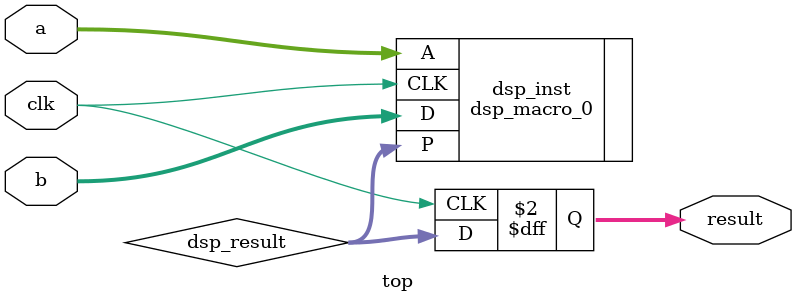
<source format=v>
module top (  
    input wire clk,  
    input wire [17:0] a,  
    input wire [17:0] b,  
    output reg [18:0] result  
);  
    // A + D = P
    wire [18:0] dsp_result;  
  
    // dsp_macro_0 instance for addition  
    dsp_macro_0 dsp_inst (  
        .CLK(clk),           // Clock  
        .A(a),               // Input A  
        .D(b),               // Input D  
        .P(dsp_result)       // Output  
    );  
  
    always @(posedge clk) begin  
        result <= dsp_result;  
    end  
  
endmodule  

</source>
